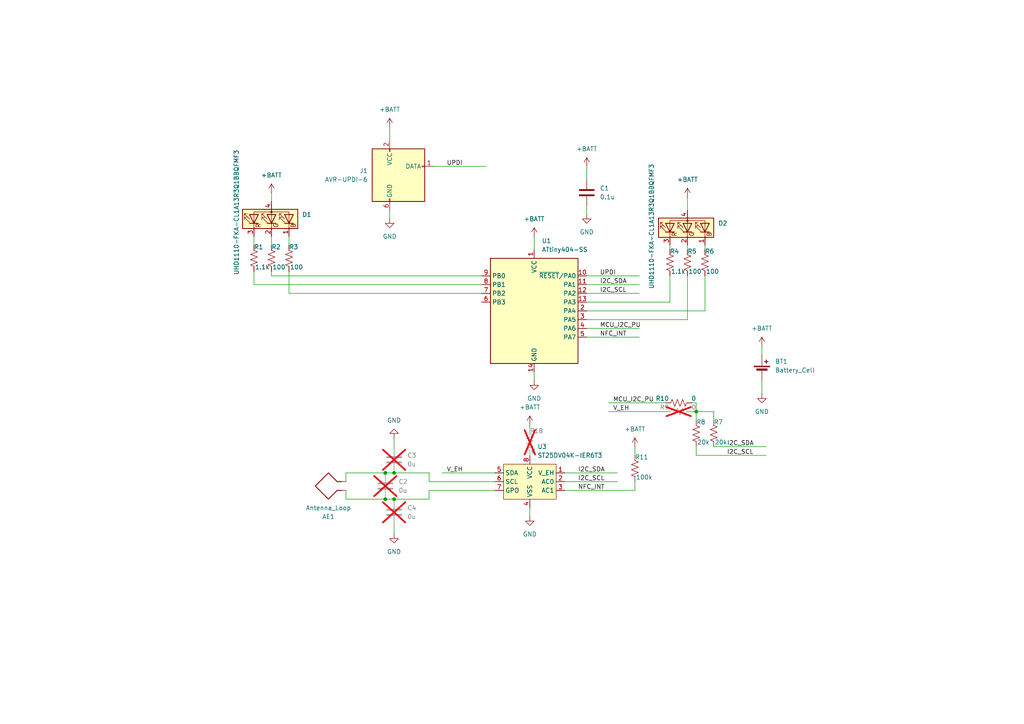
<source format=kicad_sch>
(kicad_sch (version 20231120) (generator "eeschema") (generator_version "8.0")
  (paper "A4")
  (lib_symbols
    (symbol "Connector:AVR-UPDI-6" (pin_names (offset 1.016))
      (property "Reference" "J" (at -6.35 8.89 0))
      (property "Value" "AVR-UPDI-6" (at 0 8.89 0))
      (symbol "AVR-UPDI-6_0_1"
        (rectangle (start -2.667 -6.858) (end -2.413 -7.62))
        (rectangle (start -2.667 7.62) (end -2.413 6.858))
        (rectangle (start 7.62 2.667) (end 6.858 2.413))
        (rectangle (start 7.62 7.62) (end -7.62 -7.62) (stroke (width 0.254)) (fill (type background)))
      )
      (symbol "AVR-UPDI-6_1_1"
        (pin passive line (at 10.16 2.54 180) (length 2.54) (name "DATA") (number "1"))
        (pin passive line (at -2.54 10.16 270) (length 2.54) (name "VCC") (number "2"))
        (pin no_connect line (at 7.62 0 180) (length 2.54) hide (name "NC") (number "3"))
        (pin no_connect line (at 7.62 -2.54 180) (length 2.54) hide (name "NC") (number "4"))
        (pin no_connect line (at 7.62 -5.08 180) (length 2.54) hide (name "NC") (number "5"))
        (pin passive line (at -2.54 -10.16 90) (length 2.54) (name "GND") (number "6"))
      )
    )
    (symbol "Device:Antenna_Loop" (pin_numbers hide) (pin_names (offset 1.016) hide)
      (property "Reference" "AE" (at 1.27 6.35 0))
      (property "Value" "Antenna_Loop" (at 1.27 5.08 0))
      (symbol "Antenna_Loop_0_1"
        (polyline (pts (xy 2.54 -3.81) (xy 2.54 -2.54) (xy 5.08 0) (xy 1.27 3.81) (xy -2.54 0) (xy 0 -2.54) (xy 0 -3.81)) (stroke (width 0.254)))
      )
      (symbol "Antenna_Loop_1_1"
        (pin input line (at 0 -5.08 90) (length 2.54) (name "~") (number "1"))
        (pin input line (at 2.54 -5.08 90) (length 2.54) (name "~") (number "2"))
      )
    )
    (symbol "Device:Battery_Cell" (pin_numbers hide) (pin_names (offset 0) hide)
      (property "Reference" "BT" (at 2.54 2.54 0))
      (property "Value" "Battery_Cell" (at 2.54 0 0))
      (symbol "Battery_Cell_0_1"
        (rectangle (start -2.286 1.778) (end 2.286 1.524) (fill (type outline)))
        (rectangle (start -1.524 1.016) (end 1.524 0.508) (fill (type outline)))
        (polyline (pts (xy 0 0.762) (xy 0 0)))
        (polyline (pts (xy 0 1.778) (xy 0 2.54)))
        (polyline (pts (xy 0.762 3.048) (xy 1.778 3.048)) (stroke (width 0.254)))
        (polyline (pts (xy 1.27 3.556) (xy 1.27 2.54)) (stroke (width 0.254)))
      )
      (symbol "Battery_Cell_1_1"
        (pin passive line (at 0 5.08 270) (length 2.54) (name "+") (number "1"))
        (pin passive line (at 0 -2.54 90) (length 2.54) (name "-") (number "2"))
      )
    )
    (symbol "Device:C" (pin_numbers hide) (pin_names (offset 0.254))
      (property "Reference" "C" (at 0.635 2.54 0))
      (property "Value" "C" (at 0.635 -2.54 0))
      (symbol "C_0_1"
        (polyline (pts (xy -2.032 -0.762) (xy 2.032 -0.762)) (stroke (width 0.508)))
        (polyline (pts (xy -2.032 0.762) (xy 2.032 0.762)) (stroke (width 0.508)))
      )
      (symbol "C_1_1"
        (pin passive line (at 0 3.81 270) (length 2.794) (name "~") (number "1"))
        (pin passive line (at 0 -3.81 90) (length 2.794) (name "~") (number "2"))
      )
    )
    (symbol "Device:R_US" (pin_numbers hide) (pin_names (offset 0))
      (property "Reference" "R" (at 2.54 0 90))
      (property "Value" "R_US" (at -2.54 0 90))
      (symbol "R_US_0_1"
        (polyline (pts (xy 0 -2.286) (xy 0 -2.54)))
        (polyline (pts (xy 0 2.286) (xy 0 2.54)))
        (polyline (pts (xy 0 -0.762) (xy 1.016 -1.143) (xy 0 -1.524) (xy -1.016 -1.905) (xy 0 -2.286)))
        (polyline (pts (xy 0 0.762) (xy 1.016 0.381) (xy 0 0) (xy -1.016 -0.381) (xy 0 -0.762)))
        (polyline (pts (xy 0 2.286) (xy 1.016 1.905) (xy 0 1.524) (xy -1.016 1.143) (xy 0 0.762)))
      )
      (symbol "R_US_1_1"
        (pin passive line (at 0 3.81 270) (length 1.27) (name "~") (number "1"))
        (pin passive line (at 0 -3.81 90) (length 1.27) (name "~") (number "2"))
      )
    )
    (symbol "MCU_Microchip_ATtiny:ATtiny404-SS"
      (property "Reference" "U" (at -12.7 16.51 0))
      (property "Value" "ATtiny404-SS" (at 2.54 -16.51 0))
      (symbol "ATtiny404-SS_0_1"
        (rectangle (start -12.7 -15.24) (end 12.7 15.24) (stroke (width 0.254)) (fill (type background)))
      )
      (symbol "ATtiny404-SS_1_1"
        (pin power_in line (at 0 17.78 270) (length 2.54) (name "VCC") (number "1"))
        (pin bidirectional line (at 15.24 10.16 180) (length 2.54) (name "~{RESET}/PA0") (number "10"))
        (pin bidirectional line (at 15.24 7.62 180) (length 2.54) (name "PA1") (number "11"))
        (pin bidirectional line (at 15.24 5.08 180) (length 2.54) (name "PA2") (number "12"))
        (pin bidirectional line (at 15.24 2.54 180) (length 2.54) (name "PA3") (number "13"))
        (pin power_in line (at 0 -17.78 90) (length 2.54) (name "GND") (number "14"))
        (pin bidirectional line (at 15.24 0 180) (length 2.54) (name "PA4") (number "2"))
        (pin bidirectional line (at 15.24 -2.54 180) (length 2.54) (name "PA5") (number "3"))
        (pin bidirectional line (at 15.24 -5.08 180) (length 2.54) (name "PA6") (number "4"))
        (pin bidirectional line (at 15.24 -7.62 180) (length 2.54) (name "PA7") (number "5"))
        (pin bidirectional line (at -15.24 2.54 0) (length 2.54) (name "PB3") (number "6"))
        (pin bidirectional line (at -15.24 5.08 0) (length 2.54) (name "PB2") (number "7"))
        (pin bidirectional line (at -15.24 7.62 0) (length 2.54) (name "PB1") (number "8"))
        (pin bidirectional line (at -15.24 10.16 0) (length 2.54) (name "PB0") (number "9"))
      )
    )
    (symbol "christmas_ornament_sym_lib:ST25DV04K-IER6T3"
      (property "Reference" "U" (at 6.35 6.35 0))
      (property "Value" "ST25DV04K-IER6T3" (at 10.795 -6.35 0))
      (symbol "ST25DV04K-IER6T3_1_1"
        (rectangle (start -7.62 5.08) (end 7.62 -5.08) (fill (type background)))
        (pin power_out line (at 10.16 2.54 180) (length 2.54) (name "V_EH") (number "1"))
        (pin passive line (at 10.16 0 180) (length 2.54) (name "AC0") (number "2"))
        (pin passive line (at 10.16 -2.54 180) (length 2.54) (name "AC1") (number "3"))
        (pin power_in line (at 0 -7.62 90) (length 2.54) (name "VSS") (number "4"))
        (pin bidirectional line (at -10.16 2.54 0) (length 2.54) (name "SDA") (number "5"))
        (pin input line (at -10.16 0 0) (length 2.54) (name "SCL") (number "6"))
        (pin open_collector line (at -10.16 -2.54 0) (length 2.54) (name "GPO") (number "7"))
        (pin power_in line (at 0 7.62 270) (length 2.54) (name "VCC") (number "8"))
        (pin no_connect line (at 2.54 5.08 270) (length 2.54) hide (name "NC") (number "9"))
      )
    )
    (symbol "christmas_ornament_sym_lib:UHD1110-FKA-CL1A13R3Q1BBQFMF3" (pin_names (offset 0) hide)
      (property "Reference" "D" (at 0 9.398 0))
      (property "Value" "UHD1110-FKA-CL1A13R3Q1BBQFMF3" (at 0 -8.89 0))
      (symbol "UHD1110-FKA-CL1A13R3Q1BBQFMF3_0_0"
        (text "B" (at -1.905 -6.35 0) (effects (font (size 1.27 1.27))))
        (text "G" (at -1.905 -1.27 0) (effects (font (size 1.27 1.27))))
        (text "R" (at -1.905 3.81 0) (effects (font (size 1.27 1.27))))
      )
      (symbol "UHD1110-FKA-CL1A13R3Q1BBQFMF3_0_1"
        (polyline (pts (xy -1.27 -5.08) (xy -2.54 -5.08)))
        (polyline (pts (xy -1.27 -5.08) (xy 1.27 -5.08)))
        (polyline (pts (xy -1.27 -3.81) (xy -1.27 -6.35)) (stroke (width 0.254)))
        (polyline (pts (xy -1.27 0) (xy -2.54 0)))
        (polyline (pts (xy -1.27 1.27) (xy -1.27 -1.27)) (stroke (width 0.254)))
        (polyline (pts (xy -1.27 5.08) (xy -2.54 5.08)))
        (polyline (pts (xy -1.27 5.08) (xy 1.27 5.08)))
        (polyline (pts (xy -1.27 6.35) (xy -1.27 3.81)) (stroke (width 0.254)))
        (polyline (pts (xy 1.27 0) (xy -1.27 0)))
        (polyline (pts (xy 1.27 0) (xy 2.54 0)))
        (polyline (pts (xy -1.27 1.27) (xy -1.27 -1.27) (xy -1.27 -1.27)))
        (polyline (pts (xy -1.27 6.35) (xy -1.27 3.81) (xy -1.27 3.81)))
        (polyline (pts (xy 1.27 -5.08) (xy 2.032 -5.08) (xy 2.032 5.08) (xy 1.27 5.08)))
        (polyline (pts (xy 1.27 -3.81) (xy 1.27 -6.35) (xy -1.27 -5.08) (xy 1.27 -3.81)) (stroke (width 0.254)))
        (polyline (pts (xy 1.27 1.27) (xy 1.27 -1.27) (xy -1.27 0) (xy 1.27 1.27)) (stroke (width 0.254)))
        (polyline (pts (xy 1.27 6.35) (xy 1.27 3.81) (xy -1.27 5.08) (xy 1.27 6.35)) (stroke (width 0.254)))
        (polyline (pts (xy -1.016 -3.81) (xy 0.508 -2.286) (xy -0.254 -2.286) (xy 0.508 -2.286) (xy 0.508 -3.048)))
        (polyline (pts (xy -1.016 1.27) (xy 0.508 2.794) (xy -0.254 2.794) (xy 0.508 2.794) (xy 0.508 2.032)))
        (polyline (pts (xy -1.016 6.35) (xy 0.508 7.874) (xy -0.254 7.874) (xy 0.508 7.874) (xy 0.508 7.112)))
        (polyline (pts (xy 0 -3.81) (xy 1.524 -2.286) (xy 0.762 -2.286) (xy 1.524 -2.286) (xy 1.524 -3.048)))
        (polyline (pts (xy 0 1.27) (xy 1.524 2.794) (xy 0.762 2.794) (xy 1.524 2.794) (xy 1.524 2.032)))
        (polyline (pts (xy 0 6.35) (xy 1.524 7.874) (xy 0.762 7.874) (xy 1.524 7.874) (xy 1.524 7.112)))
        (rectangle (start 1.27 -1.27) (end 1.27 1.27))
        (rectangle (start 1.27 1.27) (end 1.27 1.27))
        (rectangle (start 1.27 3.81) (end 1.27 6.35))
        (rectangle (start 1.27 6.35) (end 1.27 6.35))
        (circle (center 2.032 0) (radius 0.254) (fill (type outline)))
        (rectangle (start 2.794 8.382) (end -2.794 -7.62) (stroke (width 0.254)) (fill (type background)))
      )
      (symbol "UHD1110-FKA-CL1A13R3Q1BBQFMF3_1_1"
        (pin passive line (at -5.08 -5.08 0) (length 2.54) (name "BK") (number "1"))
        (pin passive line (at -5.08 0 0) (length 2.54) (name "GK") (number "2"))
        (pin passive line (at -5.08 5.08 0) (length 2.54) (name "RK") (number "3"))
        (pin passive line (at 5.08 0 180) (length 2.54) (name "A") (number "4"))
      )
    )
    (symbol "power:+BATT" (power) (pin_numbers hide) (pin_names (offset 0) hide)
      (property "Value" "+BATT" (at 0 3.556 0))
      (symbol "+BATT_0_1"
        (polyline (pts (xy -0.762 1.27) (xy 0 2.54)))
        (polyline (pts (xy 0 0) (xy 0 2.54)))
        (polyline (pts (xy 0 2.54) (xy 0.762 1.27)))
      )
      (symbol "+BATT_1_1"
        (pin power_in line (at 0 0 90) (length 0) (name "~") (number "1"))
      )
    )
    (symbol "power:GND" (power) (pin_numbers hide) (pin_names (offset 0) hide)
      (property "Value" "GND" (at 0 -3.81 0))
      (symbol "GND_0_1"
        (polyline (pts (xy 0 0) (xy 0 -1.27) (xy 1.27 -1.27) (xy 0 -2.54) (xy -1.27 -1.27) (xy 0 -1.27)))
      )
      (symbol "GND_1_1"
        (pin power_in line (at 0 0 270) (length 0) (name "~") (number "1"))
      )
    )
  )
  (junction (at 111.76 137.16))
  (junction (at 111.76 144.78))
  (junction (at 201.93 119.38))
  (junction (at 114.3 144.78))
  (junction (at 114.3 137.16))
  (wire (pts (xy 163.83 139.7) (xy 179.07 139.7)))
  (wire (pts (xy 201.93 121.92) (xy 201.93 119.38)))
  (wire (pts (xy 184.15 142.24) (xy 184.15 139.7)))
  (wire (pts (xy 176.53 119.38) (xy 193.04 119.38)))
  (wire (pts (xy 207.01 129.54) (xy 222.25 129.54)))
  (wire (pts (xy 83.82 68.58) (xy 83.82 71.12)))
  (wire (pts (xy 154.94 107.95) (xy 154.94 110.49)))
  (wire (pts (xy 113.03 36.83) (xy 113.03 40.64)))
  (wire (pts (xy 199.39 80.01) (xy 199.39 92.71)))
  (wire (pts (xy 194.31 71.12) (xy 194.31 72.39)))
  (wire (pts (xy 100.33 144.78) (xy 111.76 144.78)))
  (wire (pts (xy 199.39 57.15) (xy 199.39 60.96)))
  (wire (pts (xy 199.39 72.39) (xy 199.39 71.12)))
  (wire (pts (xy 83.82 85.09) (xy 139.7 85.09)))
  (wire (pts (xy 200.66 119.38) (xy 201.93 119.38)))
  (wire (pts (xy 114.3 144.78) (xy 124.46 144.78)))
  (wire (pts (xy 124.46 142.24) (xy 143.51 142.24)))
  (wire (pts (xy 170.18 48.26) (xy 170.18 52.07)))
  (wire (pts (xy 204.47 80.01) (xy 204.47 90.17)))
  (wire (pts (xy 73.66 82.55) (xy 139.7 82.55)))
  (wire (pts (xy 124.46 144.78) (xy 124.46 142.24)))
  (wire (pts (xy 176.53 116.84) (xy 193.04 116.84)))
  (wire (pts (xy 114.3 137.16) (xy 124.46 137.16)))
  (wire (pts (xy 220.98 100.33) (xy 220.98 102.87)))
  (wire (pts (xy 163.83 142.24) (xy 184.15 142.24)))
  (wire (pts (xy 113.03 60.96) (xy 113.03 63.5)))
  (wire (pts (xy 125.73 48.26) (xy 140.97 48.26)))
  (wire (pts (xy 201.93 132.08) (xy 222.25 132.08)))
  (wire (pts (xy 154.94 68.58) (xy 154.94 72.39)))
  (wire (pts (xy 170.18 82.55) (xy 185.42 82.55)))
  (wire (pts (xy 114.3 152.4) (xy 114.3 154.94)))
  (wire (pts (xy 111.76 144.78) (xy 114.3 144.78)))
  (wire (pts (xy 153.67 147.32) (xy 153.67 149.86)))
  (wire (pts (xy 201.93 116.84) (xy 201.93 119.38)))
  (wire (pts (xy 114.3 129.54) (xy 114.3 127)))
  (wire (pts (xy 184.15 129.54) (xy 184.15 132.08)))
  (wire (pts (xy 100.33 137.16) (xy 111.76 137.16)))
  (wire (pts (xy 153.67 123.19) (xy 153.67 124.46)))
  (wire (pts (xy 78.74 55.88) (xy 78.74 58.42)))
  (wire (pts (xy 207.01 119.38) (xy 207.01 121.92)))
  (wire (pts (xy 204.47 72.39) (xy 204.47 71.12)))
  (wire (pts (xy 163.83 137.16) (xy 179.07 137.16)))
  (wire (pts (xy 200.66 116.84) (xy 201.93 116.84)))
  (wire (pts (xy 201.93 119.38) (xy 207.01 119.38)))
  (wire (pts (xy 201.93 129.54) (xy 201.93 132.08)))
  (wire (pts (xy 170.18 87.63) (xy 194.31 87.63)))
  (wire (pts (xy 78.74 71.12) (xy 78.74 68.58)))
  (wire (pts (xy 100.33 142.24) (xy 100.33 144.78)))
  (wire (pts (xy 170.18 59.69) (xy 170.18 62.23)))
  (wire (pts (xy 73.66 78.74) (xy 73.66 82.55)))
  (wire (pts (xy 128.27 137.16) (xy 143.51 137.16)))
  (wire (pts (xy 220.98 110.49) (xy 220.98 114.3)))
  (wire (pts (xy 170.18 95.25) (xy 185.42 95.25)))
  (wire (pts (xy 73.66 68.58) (xy 73.66 71.12)))
  (wire (pts (xy 111.76 137.16) (xy 114.3 137.16)))
  (wire (pts (xy 100.33 139.7) (xy 100.33 137.16)))
  (wire (pts (xy 124.46 137.16) (xy 124.46 139.7)))
  (wire (pts (xy 124.46 139.7) (xy 143.51 139.7)))
  (wire (pts (xy 78.74 78.74) (xy 78.74 80.01)))
  (wire (pts (xy 78.74 80.01) (xy 139.7 80.01)))
  (wire (pts (xy 83.82 78.74) (xy 83.82 85.09)))
  (wire (pts (xy 204.47 90.17) (xy 170.18 90.17)))
  (wire (pts (xy 170.18 92.71) (xy 199.39 92.71)))
  (wire (pts (xy 170.18 80.01) (xy 185.42 80.01)))
  (wire (pts (xy 194.31 87.63) (xy 194.31 80.01)))
  (wire (pts (xy 170.18 85.09) (xy 185.42 85.09)))
  (wire (pts (xy 170.18 97.79) (xy 185.42 97.79)))
  (label "I2C_SDA" (at 210.82 129.54 0))
  (label "I2C_SDA" (at 167.64 137.16 0))
  (label "NFC_INT" (at 173.99 97.79 0))
  (label "I2C_SCL" (at 210.82 132.08 0))
  (label "UPDI" (at 173.99 80.01 0))
  (label "MCU_I2C_PU" (at 177.8 116.84 0))
  (label "V_EH" (at 129.54 137.16 0))
  (label "NFC_INT" (at 167.64 142.24 0))
  (label "MCU_I2C_PU" (at 173.99 95.25 0))
  (label "I2C_SCL" (at 167.64 139.7 0))
  (label "I2C_SDA" (at 173.99 82.55 0))
  (label "UPDI" (at 129.54 48.26 0))
  (label "V_EH" (at 177.8 119.38 0))
  (label "I2C_SCL" (at 173.99 85.09 0))
  (symbol (lib_id "Device:R_US") (at 184.15 135.89 0) (unit 1)
    (property "Reference" "R11" (at 184.15 132.588 0) (effects (justify left)))
    (property "Value" "100k" (at 184.404 138.43 0) (effects (justify left)))
    (property "Footprint" "Resistor_SMD:R_0402_1005Metric" (effects (hide yes)))
    (property "Description" "Resistor, US symbol" (effects (hide yes)))
  )
  (symbol (lib_id "power:+BATT") (at 170.18 48.26 0) (unit 1)
    (property "Reference" "#PWR06" (effects (hide yes)))
    (property "Value" "+BATT" (at 170.18 43.18 0))
    (property "Description" "Power symbol creates a global label with name \"+BATT\"" (effects (hide yes)))
  )
  (symbol (lib_id "power:+BATT") (at 199.39 57.15 0) (unit 1)
    (property "Reference" "#PWR03" (effects (hide yes)))
    (property "Value" "+BATT" (at 199.39 52.07 0))
    (property "Description" "Power symbol creates a global label with name \"+BATT\"" (effects (hide yes)))
  )
  (symbol (lib_id "christmas_ornament_sym_lib:ST25DV04K-IER6T3") (at 153.67 139.7 0) (unit 1)
    (property "Reference" "U3" (at 155.8641 129.54 0) (effects (justify left)))
    (property "Value" "ST25DV04K-IER6T3" (at 155.8641 132.08 0) (effects (justify left)))
    (property "Footprint" "Package_SO:TSSOP-8_4.4x3mm_P0.65mm" (effects (hide yes)))
    (property "Datasheet" "https://www.st.com/resource/en/datasheet/st25dv04k.pdf" (effects (hide yes)))
    (property "Description" "Dynamic NFC/RFID tag IC with 4-Kbit EEPROM, UFDFPN-8" (effects (hide yes)))
  )
  (symbol (lib_id "Device:R_US") (at 207.01 125.73 0) (unit 1)
    (property "Reference" "R7" (at 207.01 122.428 0) (effects (justify left)))
    (property "Value" "20k" (at 207.264 128.27 0) (effects (justify left)))
    (property "Footprint" "Resistor_SMD:R_0402_1005Metric" (effects (hide yes)))
    (property "Description" "Resistor, US symbol" (effects (hide yes)))
  )
  (symbol (lib_id "Device:R_US") (at 194.31 76.2 0) (unit 1)
    (property "Reference" "R4" (at 194.31 72.898 0) (effects (justify left)))
    (property "Value" "1.1k" (at 194.564 78.74 0) (effects (justify left)))
    (property "Footprint" "Resistor_SMD:R_0402_1005Metric" (effects (hide yes)))
    (property "Description" "Resistor, US symbol" (effects (hide yes)))
  )
  (symbol (lib_id "Device:C") (at 170.18 55.88 0) (unit 1)
    (property "Reference" "C1" (at 173.99 54.6099 0) (effects (justify left)))
    (property "Value" "0.1u" (at 173.99 57.1499 0) (effects (justify left)))
    (property "Footprint" "Capacitor_SMD:C_0402_1005Metric" (effects (hide yes)))
    (property "Description" "Unpolarized capacitor" (effects (hide yes)))
  )
  (symbol (lib_id "Device:R_US") (at 204.47 76.2 0) (unit 1)
    (property "Reference" "R6" (at 204.47 72.898 0) (effects (justify left)))
    (property "Value" "100" (at 204.724 78.74 0) (effects (justify left)))
    (property "Footprint" "Resistor_SMD:R_0402_1005Metric" (effects (hide yes)))
    (property "Description" "Resistor, US symbol" (effects (hide yes)))
  )
  (symbol (lib_id "power:GND") (at 113.03 63.5 0) (unit 1)
    (property "Reference" "#PWR012" (effects (hide yes)))
    (property "Value" "GND" (at 113.03 68.58 0))
    (property "Description" "Power symbol creates a global label with name \"GND\" , ground" (effects (hide yes)))
  )
  (symbol (lib_id "Connector:AVR-UPDI-6") (at 115.57 50.8 0) (unit 1) (in_bom no)
    (property "Reference" "J1" (at 106.68 49.5299 0) (effects (justify right)))
    (property "Value" "AVR-UPDI-6" (at 106.68 52.0699 0) (effects (justify right)))
    (property "Footprint" "Connector:Tag-Connect_TC2030-IDC-NL_2x03_P1.27mm_Vertical" (effects (hide yes)))
    (property "Datasheet" "https://www.microchip.com/webdoc/GUID-9D10622A-5C16-4405-B092-1BDD437B4976/index.html?GUID-9B349315-2842-4189-B88C-49F4E1055D7F" (effects (hide yes)))
    (property "Description" "Atmel 6-pin UPDI connector" (effects (hide yes)))
  )
  (symbol (lib_id "Device:R_US") (at 83.82 74.93 0) (unit 1)
    (property "Reference" "R3" (at 83.82 71.628 0) (effects (justify left)))
    (property "Value" "100" (at 84.074 77.47 0) (effects (justify left)))
    (property "Footprint" "Resistor_SMD:R_0402_1005Metric" (effects (hide yes)))
    (property "Description" "Resistor, US symbol" (effects (hide yes)))
  )
  (symbol (lib_id "Device:C") (at 111.76 140.97 0) (unit 1) (dnp yes)
    (property "Reference" "C2" (at 115.57 139.6999 0) (effects (justify left)))
    (property "Value" "0u" (at 115.57 142.2399 0) (effects (justify left)))
    (property "Footprint" "Capacitor_SMD:C_0402_1005Metric" (effects (hide yes)))
    (property "Description" "Unpolarized capacitor" (effects (hide yes)))
  )
  (symbol (lib_id "christmas_ornament_sym_lib:UHD1110-FKA-CL1A13R3Q1BBQFMF3") (at 78.74 63.5 90) (unit 1)
    (property "Reference" "D1" (at 87.63 62.2299 90) (effects (justify right)))
    (property "Value" "UHD1110-FKA-CL1A13R3Q1BBQFMF3" (at 68.58 43.434 0) (effects (justify right)))
    (property "Footprint" "christmas_ornament:UHD1110-FKA-CL1A13R3Q1BBQFMF3" (effects (hide yes)))
    (property "Description" "RGB LED, blue/green/red/anode" (effects (hide yes)))
  )
  (symbol (lib_id "Device:Antenna_Loop") (at 95.25 139.7 90) (mirror x) (unit 1) (in_bom no)
    (property "Reference" "AE1" (at 95.25 149.86 90))
    (property "Value" "Antenna_Loop" (at 95.25 147.32 90))
    (property "Footprint" "christmas_ornament:NFC_coil" (effects (hide yes)))
    (property "Description" "Loop antenna" (effects (hide yes)))
  )
  (symbol (lib_id "Device:R_US") (at 153.67 128.27 0) (unit 1) (dnp yes)
    (property "Reference" "R18" (at 153.67 124.968 0) (effects (justify left)))
    (property "Value" "0" (at 153.924 130.81 0) (effects (justify left)))
    (property "Footprint" "Resistor_SMD:R_0402_1005Metric" (effects (hide yes)))
    (property "Description" "Resistor, US symbol" (effects (hide yes)))
  )
  (symbol (lib_id "power:+BATT") (at 78.74 55.88 0) (unit 1)
    (property "Reference" "#PWR01" (effects (hide yes)))
    (property "Value" "+BATT" (at 78.74 50.8 0))
    (property "Description" "Power symbol creates a global label with name \"+BATT\"" (effects (hide yes)))
  )
  (symbol (lib_id "power:GND") (at 220.98 114.3 0) (unit 1)
    (property "Reference" "#PWR010" (effects (hide yes)))
    (property "Value" "GND" (at 220.98 119.38 0))
    (property "Description" "Power symbol creates a global label with name \"GND\" , ground" (effects (hide yes)))
  )
  (symbol (lib_id "MCU_Microchip_ATtiny:ATtiny404-SS") (at 154.94 90.17 0) (unit 1)
    (property "Reference" "U1" (at 157.1341 69.85 0) (effects (justify left)))
    (property "Value" "ATtiny404-SS" (at 157.1341 72.39 0) (effects (justify left)))
    (property "Footprint" "Package_SO:SOIC-14_3.9x8.7mm_P1.27mm" (effects (hide yes)))
    (property "Datasheet" "http://ww1.microchip.com/downloads/en/DeviceDoc/50002687A.pdf" (effects (hide yes)))
    (property "Description" "20MHz, 4kB Flash, 256B SRAM, 128B EEPROM, SOIC-14" (effects (hide yes)))
  )
  (symbol (lib_id "power:+BATT") (at 220.98 100.33 0) (unit 1)
    (property "Reference" "#PWR09" (effects (hide yes)))
    (property "Value" "+BATT" (at 220.98 95.25 0))
    (property "Description" "Power symbol creates a global label with name \"+BATT\"" (effects (hide yes)))
  )
  (symbol (lib_id "Device:C") (at 114.3 133.35 0) (unit 1) (dnp yes)
    (property "Reference" "C3" (at 118.11 132.0799 0) (effects (justify left)))
    (property "Value" "0u" (at 118.11 134.6199 0) (effects (justify left)))
    (property "Footprint" "Capacitor_SMD:C_0402_1005Metric" (effects (hide yes)))
    (property "Description" "Unpolarized capacitor" (effects (hide yes)))
  )
  (symbol (lib_id "power:GND") (at 154.94 110.49 0) (unit 1)
    (property "Reference" "#PWR04" (effects (hide yes)))
    (property "Value" "GND" (at 154.94 115.57 0))
    (property "Description" "Power symbol creates a global label with name \"GND\" , ground" (effects (hide yes)))
  )
  (symbol (lib_id "power:+BATT") (at 153.67 123.19 0) (unit 1)
    (property "Reference" "#PWR015" (effects (hide yes)))
    (property "Value" "+BATT" (at 153.67 118.11 0))
    (property "Description" "Power symbol creates a global label with name \"+BATT\"" (effects (hide yes)))
  )
  (symbol (lib_id "power:+BATT") (at 184.15 129.54 0) (unit 1)
    (property "Reference" "#PWR08" (effects (hide yes)))
    (property "Value" "+BATT" (at 184.15 124.46 0))
    (property "Description" "Power symbol creates a global label with name \"+BATT\"" (effects (hide yes)))
  )
  (symbol (lib_id "power:GND") (at 153.67 149.86 0) (unit 1)
    (property "Reference" "#PWR05" (effects (hide yes)))
    (property "Value" "GND" (at 153.67 154.94 0))
    (property "Description" "Power symbol creates a global label with name \"GND\" , ground" (effects (hide yes)))
  )
  (symbol (lib_id "Device:C") (at 114.3 148.59 0) (unit 1) (dnp yes)
    (property "Reference" "C4" (at 118.11 147.3199 0) (effects (justify left)))
    (property "Value" "0u" (at 118.11 149.8599 0) (effects (justify left)))
    (property "Footprint" "Capacitor_SMD:C_0402_1005Metric" (effects (hide yes)))
    (property "Description" "Unpolarized capacitor" (effects (hide yes)))
  )
  (symbol (lib_id "power:GND") (at 170.18 62.23 0) (unit 1)
    (property "Reference" "#PWR07" (effects (hide yes)))
    (property "Value" "GND" (at 170.18 67.31 0))
    (property "Description" "Power symbol creates a global label with name \"GND\" , ground" (effects (hide yes)))
  )
  (symbol (lib_id "Device:R_US") (at 196.85 116.84 90) (unit 1)
    (property "Reference" "R10" (at 194.056 115.57 90) (effects (justify left)))
    (property "Value" "0" (at 201.93 115.57 90) (effects (justify left)))
    (property "Footprint" "Resistor_SMD:R_0402_1005Metric" (effects (hide yes)))
    (property "Description" "Resistor, US symbol" (effects (hide yes)))
  )
  (symbol (lib_id "power:GND") (at 114.3 154.94 0) (unit 1)
    (property "Reference" "#PWR013" (effects (hide yes)))
    (property "Value" "GND" (at 114.3 160.02 0))
    (property "Description" "Power symbol creates a global label with name \"GND\" , ground" (effects (hide yes)))
  )
  (symbol (lib_id "power:GND") (at 114.3 127 180) (unit 1)
    (property "Reference" "#PWR014" (effects (hide yes)))
    (property "Value" "GND" (at 114.3 121.92 0))
    (property "Description" "Power symbol creates a global label with name \"GND\" , ground" (effects (hide yes)))
  )
  (symbol (lib_id "power:+BATT") (at 113.03 36.83 0) (unit 1)
    (property "Reference" "#PWR011" (effects (hide yes)))
    (property "Value" "+BATT" (at 113.03 31.75 0))
    (property "Description" "Power symbol creates a global label with name \"+BATT\"" (effects (hide yes)))
  )
  (symbol (lib_id "Device:R_US") (at 73.66 74.93 0) (unit 1)
    (property "Reference" "R1" (at 73.66 71.628 0) (effects (justify left)))
    (property "Value" "1.1k" (at 73.914 77.47 0) (effects (justify left)))
    (property "Footprint" "Resistor_SMD:R_0402_1005Metric" (effects (hide yes)))
    (property "Description" "Resistor, US symbol" (effects (hide yes)))
  )
  (symbol (lib_id "Device:R_US") (at 78.74 74.93 0) (unit 1)
    (property "Reference" "R2" (at 78.74 71.628 0) (effects (justify left)))
    (property "Value" "100" (at 78.994 77.47 0) (effects (justify left)))
    (property "Footprint" "Resistor_SMD:R_0402_1005Metric" (effects (hide yes)))
    (property "Description" "Resistor, US symbol" (effects (hide yes)))
  )
  (symbol (lib_id "christmas_ornament_sym_lib:UHD1110-FKA-CL1A13R3Q1BBQFMF3") (at 199.39 66.04 90) (unit 1)
    (property "Reference" "D2" (at 208.28 64.7699 90) (effects (justify right)))
    (property "Value" "UHD1110-FKA-CL1A13R3Q1BBQFMF3" (at 188.976 47.498 0) (effects (justify right)))
    (property "Footprint" "christmas_ornament:UHD1110-FKA-CL1A13R3Q1BBQFMF3" (effects (hide yes)))
    (property "Description" "RGB LED, blue/green/red/anode" (effects (hide yes)))
  )
  (symbol (lib_id "Device:R_US") (at 199.39 76.2 0) (unit 1)
    (property "Reference" "R5" (at 199.39 72.898 0) (effects (justify left)))
    (property "Value" "100" (at 199.644 78.74 0) (effects (justify left)))
    (property "Footprint" "Resistor_SMD:R_0402_1005Metric" (effects (hide yes)))
    (property "Description" "Resistor, US symbol" (effects (hide yes)))
  )
  (symbol (lib_id "power:+BATT") (at 154.94 68.58 0) (unit 1)
    (property "Reference" "#PWR02" (effects (hide yes)))
    (property "Value" "+BATT" (at 154.94 63.5 0))
    (property "Description" "Power symbol creates a global label with name \"+BATT\"" (effects (hide yes)))
  )
  (symbol (lib_id "Device:Battery_Cell") (at 220.98 107.95 0) (unit 1)
    (property "Reference" "BT1" (at 224.79 104.8384 0) (effects (justify left)))
    (property "Value" "Battery_Cell" (at 224.79 107.3784 0) (effects (justify left)))
    (property "Footprint" "christmas_ornament:BH-67D-5" (effects (hide yes)))
    (property "Description" "Single-cell battery" (effects (hide yes)))
  )
  (symbol (lib_id "Device:R_US") (at 196.85 119.38 90) (unit 1) (dnp yes)
    (property "Reference" "R9" (at 194.056 118.11 90) (effects (justify left)))
    (property "Value" "0" (at 201.93 118.11 90) (effects (justify left)))
    (property "Footprint" "Resistor_SMD:R_0402_1005Metric" (effects (hide yes)))
    (property "Description" "Resistor, US symbol" (effects (hide yes)))
  )
  (symbol (lib_id "Device:R_US") (at 201.93 125.73 0) (unit 1)
    (property "Reference" "R8" (at 201.93 122.428 0) (effects (justify left)))
    (property "Value" "20k" (at 202.184 128.27 0) (effects (justify left)))
    (property "Footprint" "Resistor_SMD:R_0402_1005Metric" (effects (hide yes)))
    (property "Description" "Resistor, US symbol" (effects (hide yes)))
  )
)
</source>
